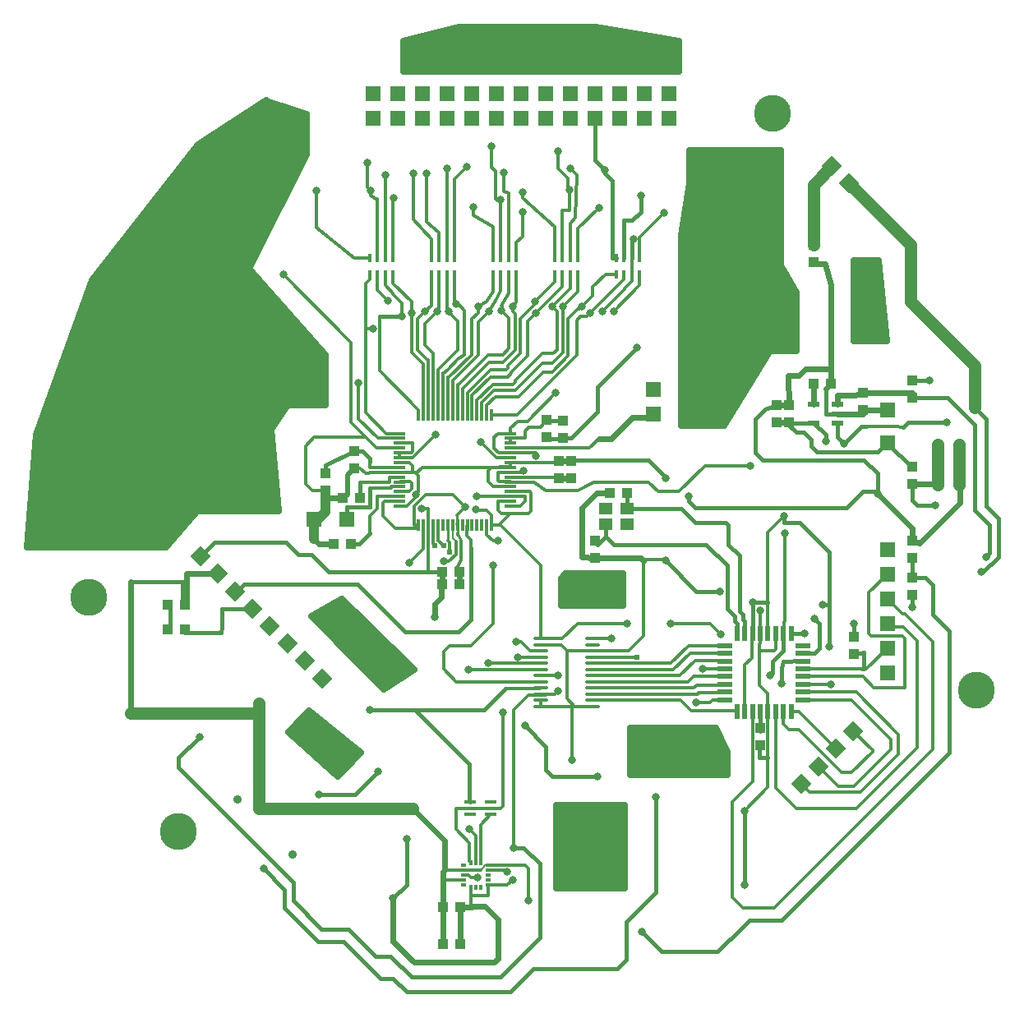
<source format=gbr>
%FSLAX35Y35*%
%MOIN*%
G04 EasyPC Gerber Version 18.0.8 Build 3632 *
%ADD13R,0.01181X0.04724*%
%ADD24R,0.01200X0.02000*%
%ADD23R,0.01600X0.03500*%
%ADD70R,0.01970X0.06100*%
%ADD21R,0.02600X0.04200*%
%ADD15R,0.03937X0.04291*%
%ADD27R,0.03940X0.04330*%
%ADD19R,0.06000X0.06000*%
%ADD16R,0.06300X0.06300*%
%ADD11C,0.00100*%
%ADD80C,0.00600*%
%ADD81C,0.01000*%
%ADD78C,0.01200*%
%ADD79C,0.01400*%
%ADD77C,0.01500*%
%ADD83C,0.02000*%
%ADD75C,0.02200*%
%ADD76C,0.02300*%
%ADD84C,0.02400*%
%ADD10C,0.02500*%
%ADD73C,0.03200*%
%ADD29C,0.03600*%
%ADD82C,0.04000*%
%ADD74C,0.05000*%
%ADD12C,0.15000*%
%ADD28O,0.06500X0.01300*%
%ADD14R,0.04724X0.01181*%
%ADD25R,0.02000X0.01200*%
%ADD26R,0.04600X0.01800*%
%ADD71R,0.06100X0.01970*%
%ADD72R,0.05000X0.02200*%
%ADD17R,0.04291X0.03937*%
%ADD18R,0.04330X0.03940*%
%ADD20R,0.05512X0.04528*%
%AMT22*0 Rectangle Pad at angle 45*21,1,0.06000,0.06000,0,0,45*%
%ADD22T22*%
X0Y0D02*
D02*
D10*
X117702Y128430D02*
X126188Y136916D01*
X147155Y120068*
X137920Y110333*
X117702Y128430*
G36*
X126188Y136916*
X147155Y120068*
X137920Y110333*
X117702Y128430*
G37*
X125315Y379159D02*
Y362685D01*
X101852Y316383*
X132803Y281313*
Y261220*
X117452*
X110962Y250986*
X113833Y218163*
X81009*
X68030Y203436*
X11993*
X15613Y249114*
X38077Y311765*
X81259Y366804*
X108841Y384900*
Y384526*
X125315Y379159*
G36*
Y362685*
X101852Y316383*
X132803Y281313*
Y261220*
X117452*
X110962Y250986*
X113833Y218163*
X81009*
X68030Y203436*
X11993*
X15613Y249114*
X38077Y311765*
X81259Y366804*
X108841Y384900*
Y384526*
X125315Y379159*
G37*
X139417Y182469D02*
X168871Y153640D01*
X156515Y145652*
X127187Y175480*
X139417Y182469*
G36*
X168871Y153640*
X156515Y145652*
X127187Y175480*
X139417Y182469*
G37*
X164503Y396382D02*
X276326D01*
Y408613*
X242630Y414478*
X186967*
X164503Y408613*
Y396382*
G36*
X276326*
Y408613*
X242630Y414478*
X186967*
X164503Y408613*
Y396382*
G37*
X230024Y192828D02*
X253612D01*
Y179848*
X228527*
Y190831*
X230024Y192828*
G36*
X253612*
Y179848*
X228527*
Y190831*
X230024Y192828*
G37*
X254111Y98602D02*
Y65154D01*
X226530*
Y98602*
X254111*
G36*
Y65154*
X226530*
Y98602*
X254111*
G37*
X291178Y129927D02*
X295796Y120442D01*
Y110957*
X256607*
Y129927*
X291178*
G36*
X295796Y120442*
Y110957*
X256607*
Y129927*
X291178*
G37*
X317636Y364432D02*
Y317631D01*
X323752Y306898*
Y283061*
X313019*
X294548Y252858*
X277200*
Y329987*
X280445Y351078*
Y364432*
X317636*
G36*
Y317631*
X323752Y306898*
Y283061*
X313019*
X294548Y252858*
X277200*
Y329987*
X280445Y351078*
Y364432*
X317636*
G37*
X357199Y319753D02*
X360444Y287179D01*
X347339*
Y319753*
X357199*
G36*
X360444Y287179*
X347339*
Y319753*
X357199*
G37*
D02*
D11*
X44741Y238063D02*
X43469Y239052D01*
X42196Y239477*
X41630*
X41135Y239406*
X40711Y239265*
X40287Y238981*
X40004Y238557*
X39862Y238133*
X39792Y237638*
Y237072*
X40216Y235800*
X41206Y234527*
X42408Y233607*
X43610Y233113*
X44246Y233042*
X44741Y233113*
X45236Y233325*
X45943Y234032*
X46156Y234527*
X46226Y235022*
X46085Y235587*
X45661Y236860*
X44741Y238063*
X44246Y237567D02*
X45236Y236436D01*
X45519Y235870*
X45661Y235305*
X45802Y234880*
X45731Y234527*
X45590Y234103*
X45378Y233891*
X45095Y233607*
X44741Y233537*
X44388Y233466*
X43963Y233607*
X43398Y233749*
X42832Y234032*
X41701Y235022*
X40640Y236224*
X40216Y237355*
X40145Y238133*
X40499Y238770*
X41135Y239123*
X41913Y239052*
X43044Y238628*
X44246Y237567*
X40051Y236294D02*
G36*
X40216Y235800D01*
X41206Y234527*
X42408Y233607*
X43610Y233113*
X44246Y233042*
X44741Y233113*
X45236Y233325*
X45943Y234032*
X46156Y234527*
X46226Y235022*
X46085Y235587*
X45849Y236294*
X45307*
X45519Y235870*
X45661Y235305*
X45802Y234880*
X45731Y234527*
X45590Y234103*
X45378Y233891*
X45095Y233607*
X44741Y233537*
X44388Y233466*
X43963Y233607*
X43398Y233749*
X42832Y234032*
X41701Y235022*
X40640Y236224*
X40614Y236294*
X40051*
G37*
X40614D02*
G36*
X40216Y237355D01*
X40145Y238133*
X40499Y238770*
X41135Y239123*
X41913Y239052*
X43044Y238628*
X44246Y237567*
X45236Y236436*
X45307Y236294*
X45849*
X45661Y236860*
X44741Y238063*
X43469Y239052*
X42196Y239477*
X41630*
X41135Y239406*
X40711Y239265*
X40287Y238981*
X40004Y238557*
X39862Y238133*
X39792Y237638*
Y237072*
X40051Y236294*
X40614*
G37*
X48701Y240750D02*
X47994Y241315D01*
X47146Y241598*
X46580*
X46014Y241315*
X45731Y240891*
X45590Y240608*
X45519Y240113*
X45590Y239618*
Y239477*
X44883Y240184*
X44670Y239406*
X44388Y238981*
X44529Y238840*
X44670Y238981*
X45095Y239123*
X45519Y238840*
X48560Y235800*
Y235234*
X48348Y234880*
X48489Y234739*
X50044Y236294*
X49903Y236436*
X49550Y236224*
X49267Y236083*
X48984Y236224*
X48560Y236507*
X48065Y237002*
X48701Y237072*
X49267Y237355*
X49550Y237780*
X49691Y238204*
X49762Y238557*
X49691Y239052*
X49337Y239972*
X48701Y240750*
X48489Y240113D02*
X49055Y239406D01*
X49408Y238770*
X49337Y238133*
X48984Y237638*
X48630Y237426*
X48277Y237355*
X47923Y237285*
X47641Y237426*
X45943Y239123*
X45873Y239477*
Y239901*
X46014Y240325*
X46156Y240608*
X46650Y240961*
X47216*
X47853Y240608*
X48489Y240113*
X44482Y239123D02*
G36*
X44388Y238981D01*
X44529Y238840*
X44670Y238981*
X45094Y239123*
X44482*
G37*
X45096D02*
G36*
X45519Y238840D01*
X48560Y235800*
Y235234*
X48348Y234880*
X48489Y234739*
X50044Y236294*
X49903Y236436*
X49550Y236224*
X49267Y236083*
X48984Y236224*
X48560Y236507*
X48065Y237002*
X48701Y237072*
X49267Y237355*
X49550Y237780*
X49691Y238204*
X49762Y238557*
X49691Y239052*
X49664Y239123*
X49212*
X49408Y238770*
X49337Y238133*
X48984Y237638*
X48630Y237426*
X48277Y237355*
X47923Y237285*
X47641Y237426*
X45943Y239123*
X45096*
G37*
X45943D02*
G36*
X45873Y239477D01*
Y239901*
X46014Y240325*
X46156Y240608*
X46650Y240961*
X47216*
X47853Y240608*
X48489Y240113*
X49055Y239406*
X49212Y239123*
X49664*
X49337Y239972*
X48701Y240750*
X47994Y241315*
X47146Y241598*
X46580*
X46014Y241315*
X45731Y240891*
X45590Y240608*
X45519Y240113*
X45590Y239618*
Y239477*
X44883Y240184*
X44670Y239406*
X44482Y239123*
X45943*
G37*
X52802Y243437D02*
X52661Y243295D01*
X52802Y242729*
Y242164*
X52661Y241739*
X52378Y241315*
X51742Y240961*
X51105Y241032*
X50328Y241386*
X49408Y242164*
X51600Y244356*
X50893Y244780*
X50186Y244921*
X49620Y244780*
X49126Y244426*
X48772Y243931*
X48701Y243154*
X48984Y242164*
X49691Y241174*
X50469Y240537*
X51247Y240325*
X52024Y240396*
X52661Y240750*
X53085Y241457*
X53156Y242234*
X53015Y242800*
X52802Y243437*
X50964Y244002D02*
X49267Y242305D01*
X48984Y242871*
X48913Y243366*
X48984Y243719*
X49196Y244073*
X49620Y244356*
X49974Y244426*
X50469Y244356*
X50964Y244002*
X48720Y243366D02*
G36*
X48701Y243154D01*
X48984Y242164*
X49691Y241174*
X50469Y240537*
X51247Y240325*
X52024Y240396*
X52661Y240750*
X53085Y241457*
X53156Y242234*
X53015Y242800*
X52802Y243437*
X52661Y243295*
X52802Y242729*
Y242164*
X52661Y241739*
X52378Y241315*
X51742Y240961*
X51105Y241032*
X50328Y241386*
X49408Y242164*
X50611Y243366*
X50328*
X49267Y242305*
X48984Y242871*
X48913Y243366*
X48720*
G37*
X48913D02*
G36*
X48984Y243719D01*
X49196Y244073*
X49620Y244356*
X49974Y244426*
X50469Y244356*
X50964Y244002*
X50328Y243366*
X50611*
X51600Y244356*
X50893Y244780*
X50186Y244921*
X49620Y244780*
X49126Y244426*
X48772Y243931*
X48720Y243366*
X48913*
G37*
X52873Y229931D02*
X51813Y230709D01*
X50752Y231062*
X50186*
X49691Y230991*
X49267Y230850*
X48843Y230567*
X48560Y230143*
X48348Y229648*
Y228517*
X48843Y227173*
X49267Y226607*
X49833Y225900*
X50822Y225193*
X51954Y224769*
X52590Y224698*
X53227Y224769*
X53792Y224910*
X54217Y225335*
X54641Y225900*
X54853Y226819*
X54641Y226890*
X54500Y226183*
X54004Y225546*
X53580Y225264*
X53227Y225193*
X52802Y225052*
X52237Y225193*
X51176Y225546*
X50328Y226254*
X49267Y227456*
X48772Y228658*
X48701Y229153*
Y229577*
X48843Y230002*
X49055Y230355*
X49479Y230638*
X49903Y230779*
X50893*
X51813Y230426*
X52661Y229719*
X53085Y229153*
X53509Y228587*
X53722Y227951*
X53580Y227526*
X53439Y227385*
X53156Y227526*
X52873Y227809*
X51247Y230002*
X50964Y229719*
X51247Y229294*
X50752Y229506*
X50328Y229365*
X50186Y229082*
X50115Y228870*
Y228446*
X50328Y227951*
X50752Y227244*
X51247Y226607*
X51742Y226112*
X52166Y225971*
X52449*
X52590Y226112*
X52731Y226395*
X52802Y226749*
X52731Y227102*
X52661Y227315*
X53156Y227102*
X53439*
X53722Y227244*
X53934Y227456*
Y227739*
X53863Y228092*
X53722Y228517*
X53368Y229294*
X52873Y229931*
X51459Y228941D02*
X51954Y228163D01*
X52307Y227526*
X52449Y226961*
Y226678*
X52307Y226537*
X52024*
X51742Y226678*
X51530Y226890*
X50964Y227597*
X50610Y228375*
X50540Y228870*
X50681Y229153*
X51035Y229224*
X51459Y228941*
X50370Y227880D02*
G36*
X50752Y227244D01*
X51247Y226607*
X51742Y226112*
X52166Y225971*
X52449*
X52590Y226112*
X52731Y226395*
X52802Y226749*
X52731Y227102*
X52661Y227315*
X53156Y227102*
X53439*
X53722Y227244*
X53934Y227456*
Y227739*
X53863Y228092*
X53722Y228517*
X53368Y229294*
X52873Y229931*
X51813Y230709*
X50752Y231062*
X50186*
X49691Y230991*
X49267Y230850*
X48843Y230567*
X48560Y230143*
X48348Y229648*
Y228517*
X48843Y227173*
X49267Y226607*
X49833Y225900*
X50822Y225193*
X51954Y224769*
X52590Y224698*
X53227Y224769*
X53792Y224910*
X54217Y225335*
X54641Y225900*
X54853Y226819*
X54641Y226890*
X54500Y226183*
X54004Y225546*
X53580Y225264*
X53227Y225193*
X52802Y225052*
X52237Y225193*
X51176Y225546*
X50328Y226254*
X49267Y227456*
X48772Y228658*
X48701Y229153*
Y229577*
X48843Y230002*
X49055Y230355*
X49479Y230638*
X49903Y230779*
X50893*
X51813Y230426*
X52661Y229719*
X53085Y229153*
X53509Y228587*
X53722Y227951*
X53580Y227526*
X53439Y227385*
X53156Y227526*
X52873Y227809*
X52821Y227880*
X52111*
X52307Y227526*
X52449Y226961*
Y226678*
X52307Y226537*
X52024*
X51742Y226678*
X51530Y226890*
X50964Y227597*
X50835Y227880*
X50370*
G37*
X50835D02*
G36*
X50610Y228375D01*
X50540Y228870*
X50681Y229153*
X51035Y229224*
X51459Y228941*
X51954Y228163*
X52111Y227880*
X52821*
X51247Y230002*
X50964Y229719*
X51247Y229294*
X50752Y229506*
X50328Y229365*
X50186Y229082*
X50115Y228870*
Y228446*
X50328Y227951*
X50370Y227880*
X50835*
G37*
X57681Y245911D02*
X57540Y246053D01*
X57045Y245841*
X56479Y246123*
X54782Y247820*
X54217Y248245*
X53792Y248528*
X53297Y248457*
X52944Y248245*
X52731Y247891*
X52590Y247467*
X52661Y247113*
Y246406*
X51883Y247184*
X51388Y245982*
X51530Y245841*
X51600Y246053*
X52024*
X52590Y245770*
X54287Y244073*
X54500Y243719*
X54641Y243437*
Y243154*
X54429Y242941*
X54570Y242800*
X55914Y244144*
X55772Y244285*
X55277Y244073*
X54853Y244214*
X52873Y246194*
Y247043*
X53085Y247538*
X53439Y247750*
X53792Y247820*
X54146Y247608*
X54570Y247326*
X55984Y245911*
X56267Y245487*
X56409Y245204*
Y244921*
X56196Y244709*
X56338Y244568*
X57681Y245911*
G36*
X57540Y246053*
X57045Y245841*
X56479Y246123*
X54782Y247820*
X54217Y248245*
X53792Y248528*
X53297Y248457*
X52944Y248245*
X52731Y247891*
X52590Y247467*
X52661Y247113*
Y246406*
X51883Y247184*
X51388Y245982*
X51530Y245841*
X51600Y246053*
X52024*
X52590Y245770*
X54287Y244073*
X54500Y243719*
X54641Y243437*
Y243154*
X54429Y242941*
X54570Y242800*
X55914Y244144*
X55772Y244285*
X55277Y244073*
X54853Y244214*
X52873Y246194*
Y247043*
X53085Y247538*
X53439Y247750*
X53792Y247820*
X54146Y247608*
X54570Y247326*
X55984Y245911*
X56267Y245487*
X56409Y245204*
Y244921*
X56196Y244709*
X56338Y244568*
X57681Y245911*
G37*
X58459Y231416D02*
X58176D01*
X58247Y230779*
Y230213*
X58035Y229719*
X57681Y229365*
X57045Y228870*
X56550Y228799*
X56126*
X54924Y229153*
X53792Y230143*
X52873Y231345*
X52378Y232547*
X52449Y233466*
X52873Y234032*
X53439Y234456*
X54075Y234527*
X54782Y234244*
X55560Y233891*
X55702Y234032*
X53863Y235587*
X53792Y235376*
X53863Y235163*
X53792Y234951*
X53722Y234880*
X53297Y234739*
X52590Y234315*
X52237Y233820*
X52024Y233325*
X51954Y232830*
Y232264*
X52095Y231557*
X52307Y230920*
X52731Y230213*
X53297Y229648*
X53934Y229011*
X54570Y228658*
X55277Y228375*
X55984Y228233*
X56479Y228304*
X56974Y228375*
X57469Y228587*
X57823Y228941*
X58318Y229577*
X58459Y230426*
Y231416*
G36*
X58176*
X58247Y230779*
Y230213*
X58035Y229719*
X57681Y229365*
X57045Y228870*
X56550Y228799*
X56126*
X54924Y229153*
X53792Y230143*
X52873Y231345*
X52378Y232547*
X52449Y233466*
X52873Y234032*
X53439Y234456*
X54075Y234527*
X54782Y234244*
X55560Y233891*
X55702Y234032*
X53863Y235587*
X53792Y235376*
X53863Y235163*
X53792Y234951*
X53722Y234880*
X53297Y234739*
X52590Y234315*
X52237Y233820*
X52024Y233325*
X51954Y232830*
Y232264*
X52095Y231557*
X52307Y230920*
X52731Y230213*
X53297Y229648*
X53934Y229011*
X54570Y228658*
X55277Y228375*
X55984Y228233*
X56479Y228304*
X56974Y228375*
X57469Y228587*
X57823Y228941*
X58318Y229577*
X58459Y230426*
Y231416*
G37*
X60085Y251002D02*
X59520Y251427D01*
X58954Y251568*
X58389*
X57752Y251215*
X57611*
X57823Y251709*
Y252275*
X57752Y252770*
X57328Y253194*
X56691Y253689*
X56055Y253760*
X55277Y253548*
X54500Y252912*
X52802Y251215*
X52944Y251073*
X53368Y251356*
X53580Y251427*
X53934Y251356*
X57964Y247326*
X58106Y247043*
X58035Y246689*
X57752Y246265*
X57894Y246123*
X59944Y248174*
X60510Y249022*
X60651Y249447*
X60581Y249942*
X60439Y250507*
X60085Y251002*
X57045Y252770D02*
X57398Y252134D01*
X57328Y251497*
X57187Y251215*
X56055Y250083*
X54287Y251851*
X54146Y251993*
X54217Y252205*
X54287Y252275*
X54570Y252558*
X55207Y253053*
X55843Y253265*
X56479Y253194*
X57045Y252770*
X59591Y250507D02*
X60015Y249942D01*
X60085Y249306*
X59873Y248669*
X59378Y248033*
X59096Y247750*
X58883Y247679*
X58601*
X58389Y247750*
X56338Y249800*
X56833Y250154*
X57116Y250437*
X57398Y250720*
X57611Y250790*
X58247Y251002*
X58671*
X59166Y250790*
X59591Y250507*
X53262Y251674D02*
G36*
X52802Y251215D01*
X52944Y251073*
X53368Y251356*
X53580Y251427*
X53934Y251356*
X55949Y249341*
X56798*
X56338Y249800*
X56833Y250154*
X57116Y250437*
X57398Y250720*
X57611Y250790*
X58247Y251002*
X58671*
X59166Y250790*
X59591Y250507*
X60015Y249942*
X60081Y249341*
X60616*
X60651Y249447*
X60581Y249942*
X60439Y250507*
X60085Y251002*
X59520Y251427*
X58954Y251568*
X58389*
X57752Y251215*
X57611*
X57807Y251674*
X57348*
X57328Y251497*
X57187Y251215*
X56055Y250083*
X54465Y251674*
X53262*
G37*
X54465D02*
G36*
X54287Y251851D01*
X54146Y251993*
X54217Y252205*
X54287Y252275*
X54570Y252558*
X55207Y253053*
X55843Y253265*
X56479Y253194*
X57045Y252770*
X57398Y252134*
X57348Y251674*
X57807*
X57823Y251709*
Y252275*
X57752Y252770*
X57328Y253194*
X56691Y253689*
X56055Y253760*
X55277Y253548*
X54500Y252912*
X53262Y251674*
X54465*
G37*
X55949Y249341D02*
G36*
X57964Y247326D01*
X58106Y247043*
X58035Y246689*
X57752Y246265*
X57894Y246123*
X59944Y248174*
X60510Y249022*
X60616Y249341*
X60081*
X60085Y249306*
X59873Y248669*
X59378Y248033*
X59096Y247750*
X58883Y247679*
X58601*
X58389Y247750*
X56798Y249341*
X55949*
G37*
X60793Y235587D02*
X59944Y236153D01*
X59096Y236436*
X58247Y236294*
X57540Y235870*
X57116Y235163*
X56974Y234315*
X57328Y233396*
X57823Y232618*
X58671Y232052*
X59520Y231769*
X60439Y231840*
X61146Y232264*
X61641Y233042*
X61712Y233961*
X61429Y234810*
X60793Y235587*
X60581Y234951D02*
X61146Y234103D01*
X61358Y233466*
X61288Y232971*
X61005Y232547*
X60722Y232406*
X60298Y232264*
X59873*
X59449Y232406*
X58742Y232830*
X57964Y233466*
X57469Y234103*
X57328Y234668*
X57398Y235163*
X57681Y235587*
X58247Y235870*
X58954*
X59803Y235587*
X60581Y234951*
X57070Y234067D02*
G36*
X57328Y233396D01*
X57823Y232618*
X58671Y232052*
X59520Y231769*
X60439Y231840*
X61146Y232264*
X61641Y233042*
X61712Y233961*
X61676Y234067*
X61158*
X61358Y233466*
X61288Y232971*
X61005Y232547*
X60722Y232406*
X60298Y232264*
X59873*
X59449Y232406*
X58742Y232830*
X57964Y233466*
X57497Y234067*
X57070*
G37*
X57497D02*
G36*
X57469Y234103D01*
X57328Y234668*
X57398Y235163*
X57681Y235587*
X58247Y235870*
X58954*
X59803Y235587*
X60581Y234951*
X61146Y234103*
X61158Y234067*
X61676*
X61429Y234810*
X60793Y235587*
X59944Y236153*
X59096Y236436*
X58247Y236294*
X57540Y235870*
X57116Y235163*
X56974Y234315*
X57070Y234067*
X57497*
G37*
X64116Y254043D02*
X63833D01*
X63904Y253407*
Y252841*
X63692Y252346*
X63338Y251993*
X62702Y251497*
X62207Y251427*
X61783*
X60581Y251780*
X59449Y252770*
X58530Y253972*
X58035Y255174*
X58106Y256094*
X58530Y256659*
X59096Y257083*
X59732Y257154*
X60439Y256871*
X61217Y256518*
X61358Y256659*
X59520Y258215*
X59449Y258003*
X59520Y257791*
X59449Y257579*
X59378Y257508*
X58954Y257367*
X58247Y256942*
X57894Y256447*
X57681Y255952*
X57611Y255457*
Y254892*
X57752Y254184*
X57964Y253548*
X58389Y252841*
X59591Y251639*
X60227Y251285*
X60934Y251002*
X61641Y250861*
X62136Y250932*
X62631Y251002*
X63126Y251215*
X63480Y251568*
X63975Y252205*
X64116Y253053*
Y254043*
G36*
X63833*
X63904Y253407*
Y252841*
X63692Y252346*
X63338Y251993*
X62702Y251497*
X62207Y251427*
X61783*
X60581Y251780*
X59449Y252770*
X58530Y253972*
X58035Y255174*
X58106Y256094*
X58530Y256659*
X59096Y257083*
X59732Y257154*
X60439Y256871*
X61217Y256518*
X61358Y256659*
X59520Y258215*
X59449Y258003*
X59520Y257791*
X59449Y257579*
X59378Y257508*
X58954Y257367*
X58247Y256942*
X57894Y256447*
X57681Y255952*
X57611Y255457*
Y254892*
X57752Y254184*
X57964Y253548*
X58389Y252841*
X59591Y251639*
X60227Y251285*
X60934Y251002*
X61641Y250861*
X62136Y250932*
X62631Y251002*
X63126Y251215*
X63480Y251568*
X63975Y252205*
X64116Y253053*
Y254043*
G37*
X64257Y239335D02*
X63550Y239901D01*
X62702Y240184*
X62136*
X61570Y239901*
X61288Y239477*
X61146Y239194*
X61076Y238699*
X61146Y238204*
Y238063*
X60439Y238770*
X60227Y237992*
X59944Y237567*
X60085Y237426*
X60227Y237567*
X60651Y237709*
X61076Y237426*
X63833Y234668*
X64116Y234385*
Y233820*
X63904Y233466*
X64045Y233325*
X65601Y234880*
X65459Y235022*
X65106Y234810*
X64823Y234668*
X64540Y234810*
X64116Y235093*
X63621Y235587*
X64257Y235658*
X64823Y235941*
X65106Y236365*
X65247Y236790*
X65318Y237143*
X65247Y237638*
X64894Y238557*
X64257Y239335*
X64045Y238699D02*
X64611Y237992D01*
X64965Y237355*
X64894Y236719*
X64540Y236224*
X64187Y236012*
X63833Y235941*
X63480Y235870*
X63197Y236012*
X61500Y237709*
X61429Y238063*
Y238487*
X61570Y238911*
X61712Y239194*
X62207Y239547*
X62772*
X63409Y239194*
X64045Y238699*
X60038Y237709D02*
G36*
X59944Y237567D01*
X60085Y237426*
X60227Y237567*
X60651Y237709*
X61076Y237426*
X63833Y234668*
X64116Y234385*
Y233820*
X63904Y233466*
X64045Y233325*
X65601Y234880*
X65459Y235022*
X65106Y234810*
X64823Y234668*
X64540Y234810*
X64116Y235093*
X63621Y235587*
X64257Y235658*
X64823Y235941*
X65106Y236365*
X65247Y236790*
X65318Y237143*
X65247Y237638*
X65220Y237709*
X64768*
X64965Y237355*
X64894Y236719*
X64540Y236224*
X64187Y236012*
X63833Y235941*
X63480Y235870*
X63197Y236012*
X61500Y237709*
X60038*
G37*
X61500D02*
G36*
X61429Y238063D01*
Y238487*
X61570Y238911*
X61712Y239194*
X62207Y239547*
X62772*
X63409Y239194*
X64045Y238699*
X64611Y237992*
X64768Y237709*
X65220*
X64894Y238557*
X64257Y239335*
X63550Y239901*
X62702Y240184*
X62136*
X61570Y239901*
X61288Y239477*
X61146Y239194*
X61076Y238699*
X61146Y238204*
Y238063*
X60439Y238770*
X60227Y237992*
X60038Y237709*
X61500*
G37*
X66379Y244285D02*
X66237Y244426D01*
X65389Y243578*
X65530Y243437*
X65672Y243578*
X65743Y243648*
X65955Y243437*
X66167Y243224*
X66379Y242729*
X67510Y240467*
X64823Y241598*
X64470Y241810*
X64399Y242164*
X64611Y242517*
X64470Y242659*
X63197Y241386*
X63338Y241244*
X63621Y241386*
X63904*
X66662Y240325*
X67157Y240113*
X67439Y239972*
X67722Y239830*
X67793Y239759*
X68076Y239477*
X68288Y238981*
X68359Y238345*
X68288Y238133*
X68146Y237992*
X67864*
X67510Y237921*
X67439Y237709*
X67581Y237426*
X67864Y237285*
X68217Y237497*
X68500Y237921*
X68712Y238274*
X68642Y238770*
X68430Y239406*
X66308Y243648*
X66167Y243931*
X66237Y244144*
X66379Y244285*
G36*
X66237Y244426*
X65389Y243578*
X65530Y243437*
X65672Y243578*
X65743Y243648*
X65955Y243437*
X66167Y243224*
X66379Y242729*
X67510Y240467*
X64823Y241598*
X64470Y241810*
X64399Y242164*
X64611Y242517*
X64470Y242659*
X63197Y241386*
X63338Y241244*
X63621Y241386*
X63904*
X66662Y240325*
X67157Y240113*
X67439Y239972*
X67722Y239830*
X67793Y239759*
X68076Y239477*
X68288Y238981*
X68359Y238345*
X68288Y238133*
X68146Y237992*
X67864*
X67510Y237921*
X67439Y237709*
X67581Y237426*
X67864Y237285*
X68217Y237497*
X68500Y237921*
X68712Y238274*
X68642Y238770*
X68430Y239406*
X66308Y243648*
X66167Y243931*
X66237Y244144*
X66379Y244285*
G37*
X67722Y255952D02*
X67581Y256094D01*
X67086Y255740*
X66803Y255599*
X66450Y255669*
X62348Y259770*
X62207Y260054*
X62419Y260407*
X62772Y260902*
X62631Y261043*
X60651Y259063*
X60793Y258922*
X61288Y259276*
X61641Y259488*
X61924Y259346*
X66025Y255245*
X66167Y254962*
X65955Y254609*
X65601Y254114*
X65743Y253972*
X67722Y255952*
G36*
X67581Y256094*
X67086Y255740*
X66803Y255599*
X66450Y255669*
X62348Y259770*
X62207Y260054*
X62419Y260407*
X62772Y260902*
X62631Y261043*
X60651Y259063*
X60793Y258922*
X61288Y259276*
X61641Y259488*
X61924Y259346*
X66025Y255245*
X66167Y254962*
X65955Y254609*
X65601Y254114*
X65743Y253972*
X67722Y255952*
G37*
X72036Y253194D02*
X71894Y253336D01*
X71187Y252629*
X71329Y252487*
X71541Y252558*
X71894Y252346*
X72389Y251709*
X74440Y248810*
X71470Y250790*
X71046Y251073*
X70833Y251285*
X70621Y251639*
X70763Y251922*
X70621Y252063*
X69561Y251002*
X69702Y250861*
X69985Y251002*
X70268Y250861*
X70692Y250578*
X71258Y250295*
X73096Y247608*
X69914Y249800*
X69419Y250154*
X69349Y250366*
X69419Y250578*
X69278Y250720*
X68359Y249800*
X68500Y249659*
X68924*
X69207Y249518*
X69702Y249164*
X70763Y248386*
X71682Y247750*
X72531Y247184*
X73238Y246760*
X73733Y246406*
X74157Y246123*
X74511Y245911*
X74652Y245770*
X71824Y249871*
X72743Y249235*
X73520Y248740*
X74228Y248315*
X74723Y247962*
X75218Y247608*
X75571Y247396*
X75854Y247255*
X75995Y247113*
X74723Y248952*
X73662Y250437*
X72884Y251639*
X72248Y252558*
X72036Y252770*
X71965Y252982*
X72036Y253194*
G36*
X71894Y253336*
X71187Y252629*
X71329Y252487*
X71541Y252558*
X71894Y252346*
X72389Y251709*
X74440Y248810*
X71470Y250790*
X71046Y251073*
X70833Y251285*
X70621Y251639*
X70763Y251922*
X70621Y252063*
X69561Y251002*
X69702Y250861*
X69985Y251002*
X70268Y250861*
X70692Y250578*
X71258Y250295*
X73096Y247608*
X69914Y249800*
X69419Y250154*
X69349Y250366*
X69419Y250578*
X69278Y250720*
X68359Y249800*
X68500Y249659*
X68924*
X69207Y249518*
X69702Y249164*
X70763Y248386*
X71682Y247750*
X72531Y247184*
X73238Y246760*
X73733Y246406*
X74157Y246123*
X74511Y245911*
X74652Y245770*
X71824Y249871*
X72743Y249235*
X73520Y248740*
X74228Y248315*
X74723Y247962*
X75218Y247608*
X75571Y247396*
X75854Y247255*
X75995Y247113*
X74723Y248952*
X73662Y250437*
X72884Y251639*
X72248Y252558*
X72036Y252770*
X71965Y252982*
X72036Y253194*
G37*
X76915Y254396D02*
X76561Y254609D01*
X76137Y254467*
X75995Y254184*
Y253477*
X76066Y252841*
X76137Y252629*
X75218Y253548*
X74935Y252700*
X74723Y252205*
X74864Y252063*
X75006Y252346*
X75430Y252487*
X75925Y252134*
X77693Y250366*
X77905Y250013*
X77975Y249800*
X77905Y249588*
X77693Y249235*
X77834Y249093*
X79390Y250649*
X79248Y250790*
X78965Y250507*
X78753Y250437*
X78400Y250507*
X77975Y250790*
X76491Y252275*
X76349Y252558*
X76207Y252982*
Y253407*
X76278Y253619*
X76561Y253760*
X76915Y253972*
X76985Y254184*
X76915Y254396*
G36*
X76561Y254609*
X76137Y254467*
X75995Y254184*
Y253477*
X76066Y252841*
X76137Y252629*
X75218Y253548*
X74935Y252700*
X74723Y252205*
X74864Y252063*
X75006Y252346*
X75430Y252487*
X75925Y252134*
X77693Y250366*
X77905Y250013*
X77975Y249800*
X77905Y249588*
X77693Y249235*
X77834Y249093*
X79390Y250649*
X79248Y250790*
X78965Y250507*
X78753Y250437*
X78400Y250507*
X77975Y250790*
X76491Y252275*
X76349Y252558*
X76207Y252982*
Y253407*
X76278Y253619*
X76561Y253760*
X76915Y253972*
X76985Y254184*
X76915Y254396*
G37*
X77622Y258639D02*
X77339Y258781D01*
X76985Y258710*
X76915Y258356*
X77056Y258074*
X77339Y257932*
X77622Y258074*
X77763Y258356*
X77622Y258639*
G36*
X77339Y258781*
X76985Y258710*
X76915Y258356*
X77056Y258074*
X77339Y257932*
X77622Y258074*
X77763Y258356*
X77622Y258639*
G37*
X83067Y254326D02*
X82925Y254467D01*
X82642Y254184*
X82289Y254114*
X82006Y254255*
X79036Y257225*
X78682Y256447*
X78400Y255881*
X78541Y255740*
X78753Y255952*
X79107Y256164*
X79602Y255811*
X81581Y253831*
X81652Y253477*
Y253194*
X81299Y252841*
X81440Y252700*
X83067Y254326*
G36*
X82925Y254467*
X82642Y254184*
X82289Y254114*
X82006Y254255*
X79036Y257225*
X78682Y256447*
X78400Y255881*
X78541Y255740*
X78753Y255952*
X79107Y256164*
X79602Y255811*
X81581Y253831*
X81652Y253477*
Y253194*
X81299Y252841*
X81440Y252700*
X83067Y254326*
G37*
X86248Y258498D02*
X86107D01*
Y258074*
X85966Y257791*
X85683Y257649*
X85400*
X85117Y257791*
X84763Y258144*
X82572Y260336*
X83349Y261114*
X83137Y261326*
X82359Y260548*
X81369Y261538*
X81299Y261468*
X81581Y260761*
X81652Y260124*
Y259841*
X81581Y259629*
X81723Y259488*
X82218Y259983*
X85046Y257154*
X85400Y256942*
X85754Y257013*
X86036Y257154*
X86178Y257437*
X86319Y257720*
X86248Y258498*
G36*
X86107*
Y258074*
X85966Y257791*
X85683Y257649*
X85400*
X85117Y257791*
X84763Y258144*
X82572Y260336*
X83349Y261114*
X83137Y261326*
X82359Y260548*
X81369Y261538*
X81299Y261468*
X81581Y260761*
X81652Y260124*
Y259841*
X81581Y259629*
X81723Y259488*
X82218Y259983*
X85046Y257154*
X85400Y256942*
X85754Y257013*
X86036Y257154*
X86178Y257437*
X86319Y257720*
X86248Y258498*
G37*
X89572Y263235D02*
X89430Y263094D01*
X89572Y262528*
Y261963*
X89430Y261538*
X89148Y261114*
X88511Y260761*
X87875Y260831*
X87097Y261185*
X86178Y261963*
X88370Y264155*
X87663Y264579*
X86956Y264720*
X86390Y264579*
X85895Y264225*
X85541Y263730*
X85471Y262953*
X85754Y261963*
X86461Y260973*
X87239Y260336*
X88016Y260124*
X88794Y260195*
X89430Y260548*
X89855Y261256*
X89926Y262033*
X89784Y262599*
X89572Y263235*
X87733Y263801D02*
X86036Y262104D01*
X85754Y262670*
X85683Y263165*
X85754Y263518*
X85966Y263872*
X86390Y264155*
X86743Y264225*
X87239Y264155*
X87733Y263801*
X85490Y263165D02*
G36*
X85471Y262953D01*
X85754Y261963*
X86461Y260973*
X87239Y260336*
X88016Y260124*
X88794Y260195*
X89430Y260548*
X89855Y261256*
X89926Y262033*
X89784Y262599*
X89572Y263235*
X89430Y263094*
X89572Y262528*
Y261963*
X89430Y261538*
X89148Y261114*
X88511Y260761*
X87875Y260831*
X87097Y261185*
X86178Y261963*
X87380Y263165*
X87097*
X86036Y262104*
X85754Y262670*
X85683Y263165*
X85490*
G37*
X85683D02*
G36*
X85754Y263518D01*
X85966Y263872*
X86390Y264155*
X86743Y264225*
X87239Y264155*
X87733Y263801*
X87097Y263165*
X87380*
X88370Y264155*
X87663Y264579*
X86956Y264720*
X86390Y264579*
X85895Y264225*
X85541Y263730*
X85490Y263165*
X85683*
G37*
X96926Y270165D02*
X96855Y270094D01*
X96926Y269599*
X96996Y269246*
X96784Y268751*
X95229Y267195*
X94875Y270094*
X94804Y270872*
X94593Y271509*
X94239Y272145*
X93815Y272711*
X93107Y273135*
X92400Y273276*
X91764Y273206*
X91269Y272852*
X90845Y272286*
X90703Y271721*
X90845Y270872*
X91340Y269953*
X91481Y270094*
X91198Y270802*
X91057Y271084*
X90986Y271721*
X91269Y272145*
X91906Y272498*
X92542Y272569*
X93178Y272357*
X93602Y271933*
X94027Y271367*
X94309Y270660*
X94522Y269882*
X94734Y268963*
X95017Y266276*
X97562Y268822*
X96926Y270165*
G36*
X96855Y270094*
X96926Y269599*
X96996Y269246*
X96784Y268751*
X95229Y267195*
X94875Y270094*
X94804Y270872*
X94593Y271509*
X94239Y272145*
X93815Y272711*
X93107Y273135*
X92400Y273276*
X91764Y273206*
X91269Y272852*
X90845Y272286*
X90703Y271721*
X90845Y270872*
X91340Y269953*
X91481Y270094*
X91198Y270802*
X91057Y271084*
X90986Y271721*
X91269Y272145*
X91906Y272498*
X92542Y272569*
X93178Y272357*
X93602Y271933*
X94027Y271367*
X94309Y270660*
X94522Y269882*
X94734Y268963*
X95017Y266276*
X97562Y268822*
X96926Y270165*
G37*
X98906Y275256D02*
X97916Y276105D01*
X96926Y276670*
X96289Y276883*
X95724*
X95229Y276812*
X94734Y276458*
X94451Y276034*
X94309Y275469*
Y274903*
X94522Y274266*
X95087Y273276*
X95936Y272286*
X96926Y271438*
X97916Y270872*
X98552Y270660*
X99118*
X99613Y270872*
X100037Y271155*
X100391Y271650*
X100532Y272074*
Y272640*
X100320Y273276*
X99754Y274266*
X98906Y275256*
X98481Y274832D02*
X99189Y273983D01*
X99754Y273135*
X100037Y272569*
X100108Y272074*
Y271650*
X99896Y271296*
X99542Y271084*
X99118*
X98623Y271155*
X98057Y271438*
X97209Y272004*
X96360Y272711*
X95724Y273489*
X95087Y274408*
X94804Y274973*
X94734Y275469*
Y275893*
X94946Y276246*
X95300Y276458*
X95724*
X96219Y276387*
X96784Y276105*
X97704Y275469*
X98481Y274832*
X94805Y273771D02*
G36*
X95087Y273276D01*
X95936Y272286*
X96926Y271438*
X97916Y270872*
X98552Y270660*
X99118*
X99613Y270872*
X100037Y271155*
X100391Y271650*
X100532Y272074*
Y272640*
X100320Y273276*
X100037Y273771*
X99330*
X99754Y273135*
X100037Y272569*
X100108Y272074*
Y271650*
X99896Y271296*
X99542Y271084*
X99118*
X98623Y271155*
X98057Y271438*
X97209Y272004*
X96360Y272711*
X95724Y273489*
X95528Y273771*
X94805*
G37*
X95528D02*
G36*
X95087Y274408D01*
X94804Y274973*
X94734Y275469*
Y275893*
X94946Y276246*
X95300Y276458*
X95724*
X96219Y276387*
X96784Y276105*
X97704Y275469*
X98481Y274832*
X99189Y273983*
X99330Y273771*
X100037*
X99754Y274266*
X98906Y275256*
X97916Y276105*
X96926Y276670*
X96289Y276883*
X95724*
X95229Y276812*
X94734Y276458*
X94451Y276034*
X94309Y275469*
Y274903*
X94522Y274266*
X94805Y273771*
X95528*
G37*
X103078Y284944D02*
X102936Y284802D01*
Y284519*
X102865Y284307*
X101593Y283034*
X102654Y280418*
X103572Y281054*
X104350Y281408*
X104987Y281479*
X105482Y281408*
X105977Y281196*
X106401Y280772*
X106967Y280065*
X107108Y279357*
X107037Y278863*
X106755Y278438*
X106543Y278226*
X106118Y278085*
X105411Y277660*
X105341Y277448*
X105411Y277236*
X105977*
X106613Y277731*
X107179Y278580*
X107391Y279499*
X107179Y280418*
X106613Y281267*
X105835Y281903*
X104916Y282115*
X104280Y282186*
X103714Y282044*
X103361Y281832*
X102724Y281479*
X102158Y282752*
X103431Y284024*
Y284166*
X103078Y284944*
G36*
X102936Y284802*
Y284519*
X102865Y284307*
X101593Y283034*
X102654Y280418*
X103572Y281054*
X104350Y281408*
X104987Y281479*
X105482Y281408*
X105977Y281196*
X106401Y280772*
X106967Y280065*
X107108Y279357*
X107037Y278863*
X106755Y278438*
X106543Y278226*
X106118Y278085*
X105411Y277660*
X105341Y277448*
X105411Y277236*
X105977*
X106613Y277731*
X107179Y278580*
X107391Y279499*
X107179Y280418*
X106613Y281267*
X105835Y281903*
X104916Y282115*
X104280Y282186*
X103714Y282044*
X103361Y281832*
X102724Y281479*
X102158Y282752*
X103431Y284024*
Y284166*
X103078Y284944*
G37*
X104421Y275680D02*
X104280Y275822D01*
X103926Y275469*
X103572Y275398*
X103290*
X98552Y280135*
X97916Y278367*
X97987Y278297*
X98411Y278863*
X98694Y279004*
X99047Y278792*
X102512Y275327*
X102795Y274903*
Y274620*
X102724Y274266*
X102441Y273983*
X102583Y273842*
X104421Y275680*
G36*
X104280Y275822*
X103926Y275469*
X103572Y275398*
X103290*
X98552Y280135*
X97916Y278367*
X97987Y278297*
X98411Y278863*
X98694Y279004*
X99047Y278792*
X102512Y275327*
X102795Y274903*
Y274620*
X102724Y274266*
X102441Y273983*
X102583Y273842*
X104421Y275680*
G37*
D02*
D12*
X36741Y182991D03*
X73241Y87991D03*
X88741Y355991D03*
X314241Y379491D03*
X396741Y145491D03*
D02*
D13*
X170678Y212351D03*
Y257232D03*
X172646Y212351D03*
Y257232D03*
X174615Y212351D03*
Y257232D03*
X176583Y212351D03*
Y257232D03*
X178552Y212351D03*
Y257232D03*
X180520Y212351D03*
Y257232D03*
X182489Y212351D03*
Y257232D03*
X184457Y212351D03*
Y257232D03*
X186426Y212351D03*
Y257232D03*
X188394Y212351D03*
Y257232D03*
X190363Y212351D03*
Y257232D03*
X192331Y212351D03*
Y257232D03*
X194300Y212351D03*
Y257232D03*
X196268Y212351D03*
Y257232D03*
X198237Y212351D03*
Y257232D03*
X200205Y212351D03*
Y257232D03*
D02*
D14*
X163001Y220028D03*
Y221996D03*
Y223965D03*
Y225933D03*
Y227902D03*
Y229870D03*
Y231839D03*
Y233807D03*
Y235776D03*
Y237744D03*
Y239713D03*
Y241681D03*
Y243650D03*
Y245618D03*
Y247587D03*
Y249555D03*
X207882Y220028D03*
Y221996D03*
Y223965D03*
Y225933D03*
Y227902D03*
Y229870D03*
Y231839D03*
Y233807D03*
Y235776D03*
Y237744D03*
Y239713D03*
Y241681D03*
Y243650D03*
Y245618D03*
Y247587D03*
Y249555D03*
D02*
D15*
X144409Y235505D03*
Y242505D03*
X222411Y247985D03*
Y254985D03*
X227404Y231291D03*
Y238291D03*
X229026Y247861D03*
Y254861D03*
X232404Y231291D03*
Y238291D03*
X242241Y198991D03*
Y205991D03*
X309241Y122991D03*
Y129991D03*
X315741Y253991D03*
Y260991D03*
X320741Y253991D03*
Y260991D03*
X330741Y318991D03*
Y325991D03*
X347339Y160124D03*
Y167124D03*
X350741Y258991D03*
Y265991D03*
X370741Y183991D03*
Y190991D03*
Y198991D03*
Y205991D03*
Y228991D03*
Y235991D03*
Y263991D03*
Y270991D03*
D02*
D16*
X128041Y214791D03*
X141441D03*
X360741Y245791D03*
Y259191D03*
D02*
D17*
X68977Y169956D03*
Y179956D03*
X75977Y169956D03*
Y179956D03*
X136241Y204791D03*
X139786Y223530D03*
X143241Y204791D03*
X146786Y223530D03*
X180241Y188391D03*
Y193391D03*
X180597Y57491D03*
X187241Y188391D03*
Y193391D03*
X187597Y57491D03*
X248241Y225491D03*
X255241D03*
X330985Y269582D03*
X337985D03*
D02*
D18*
X132803Y226291D03*
Y233291D03*
D02*
D19*
X152241Y377491D03*
Y387491D03*
X162241Y377491D03*
Y387491D03*
X172241Y377491D03*
Y387491D03*
X182241Y377491D03*
Y387491D03*
X192241Y377491D03*
Y387491D03*
X202241Y377491D03*
Y387491D03*
X212241Y377491D03*
Y387491D03*
X222241Y377491D03*
Y387491D03*
X232241Y377491D03*
Y387491D03*
X242241Y377491D03*
Y387491D03*
X252241Y377491D03*
Y387491D03*
X262241Y377491D03*
Y387491D03*
X265741Y257491D03*
Y267491D03*
X272241Y377491D03*
Y387491D03*
X360741Y152491D03*
Y162491D03*
Y172491D03*
Y182491D03*
Y192491D03*
Y202491D03*
D02*
D70*
X299718Y136645D03*
Y168338D03*
X302867Y136645D03*
Y168338D03*
X306017Y136645D03*
Y168338D03*
X309167Y136645D03*
Y168338D03*
X312316Y136645D03*
Y168338D03*
X315466Y136645D03*
Y168338D03*
X318615Y136645D03*
Y168338D03*
X321765Y136645D03*
Y168338D03*
D02*
D71*
X294895Y141468D03*
Y144617D03*
Y147767D03*
Y150917D03*
Y154066D03*
Y157216D03*
Y160365D03*
Y163515D03*
X326588Y141468D03*
Y144617D03*
Y147767D03*
Y150917D03*
Y154066D03*
Y157216D03*
Y160365D03*
Y163515D03*
D02*
D20*
X246435Y218962D03*
X246436Y212662D03*
X255135Y212663D03*
Y218965D03*
D02*
D21*
X381241Y228791D03*
Y245191D03*
X389741Y228791D03*
Y245191D03*
D02*
D22*
X82028Y199705D03*
X89099Y192633D03*
X96170Y185563D03*
X103241Y178491D03*
X110312Y171420D03*
X117383Y164349D03*
X124454Y157278D03*
X131526Y150207D03*
X325741Y107491D03*
X332813Y114563D03*
X338241Y357991D03*
X339883Y121633D03*
X345313Y350920D03*
X346955Y128705D03*
D02*
D23*
X150741Y314141D03*
Y320641D03*
X153941Y314141D03*
Y320641D03*
X157141Y314141D03*
Y320641D03*
X160341Y314141D03*
Y320641D03*
X175741Y314141D03*
Y320641D03*
X178941Y314141D03*
Y320641D03*
X182141Y314141D03*
Y320641D03*
X185341Y314141D03*
Y320641D03*
X200741Y314141D03*
Y320641D03*
X203941Y314141D03*
Y320641D03*
X207141Y314141D03*
Y320641D03*
X210341Y314141D03*
Y320641D03*
X225741Y314141D03*
Y320641D03*
X228941Y314141D03*
Y320641D03*
X232141Y314141D03*
Y320641D03*
X235341Y314141D03*
Y320641D03*
X250741Y314141D03*
Y320641D03*
X253941Y314141D03*
Y320641D03*
X257141Y314141D03*
Y320641D03*
X260341Y314141D03*
Y320641D03*
D02*
D24*
X191773Y65423D03*
Y75423D03*
X193773Y65423D03*
Y75423D03*
X195773Y65423D03*
Y75423D03*
D02*
D25*
X188873Y66423D03*
Y68423D03*
Y70423D03*
Y72423D03*
Y74423D03*
X198773Y66423D03*
Y68423D03*
Y70423D03*
Y72423D03*
Y74423D03*
D02*
D26*
X191617Y94932D03*
Y97491D03*
Y100050D03*
X199866Y94932D03*
Y100050D03*
D02*
D27*
X180597Y42491D03*
X187597D03*
D02*
D28*
X220241Y138741D03*
Y141241D03*
Y143741D03*
Y146241D03*
Y148741D03*
Y151241D03*
Y153741D03*
Y156241D03*
Y158741D03*
Y161241D03*
Y163741D03*
Y166241D03*
X241241Y138741D03*
Y141241D03*
Y143741D03*
Y146241D03*
Y148741D03*
Y151241D03*
Y153741D03*
Y156241D03*
Y158741D03*
Y161241D03*
Y163741D03*
Y166241D03*
D02*
D29*
X97256Y100977D03*
X119530Y78703D03*
D02*
D72*
X330941Y253741D03*
Y261241D03*
X340541Y253741D03*
Y257491D03*
Y261241D03*
D02*
D73*
X81741Y126491D03*
X105741Y114991D03*
Y139991D03*
X107741Y72991D03*
X115741Y313991D03*
X128241Y97491D03*
X129241Y347991D03*
X130241Y102991D03*
X146241Y269991D03*
X149741Y359491D03*
X150741Y137491D03*
X151241Y347991D03*
X152241Y291922D03*
X154241Y112491D03*
X157141Y354391D03*
X158241Y303491D03*
X160241Y60991D03*
X160384Y345088D03*
X163741Y296991D03*
X165741Y84991D03*
X166741Y196991D03*
X167741Y298491D03*
X168241Y97491D03*
X168372Y355197D03*
X169370Y224653D03*
X171991Y219037D03*
X173241Y298991D03*
X173741Y355197D03*
X177241Y174991D03*
X177357Y248989D03*
X178241Y298991D03*
X180852Y197695D03*
X182100Y356944D03*
X182741Y298991D03*
X185741Y301991D03*
X189463Y219785D03*
X190337Y357818D03*
X190741Y153741D03*
X191241Y88991D03*
X192741Y341491D03*
X193831Y218662D03*
X194206Y223904D03*
X194580Y69273D03*
X194741Y300991D03*
X195828Y245991D03*
X198741Y156241D03*
X199205Y299167D03*
X200241Y365991D03*
X200741Y195991D03*
X202741Y205991D03*
X203941Y344491D03*
X204241Y299491D03*
X204741Y136491D03*
X205241Y355491D03*
X206561Y71644D03*
X208741Y68491D03*
Y300991D03*
X209241Y81491D03*
X210241Y164991D03*
X210741Y158741D03*
X212741Y339491D03*
Y347491D03*
X213176Y234491D03*
X213741Y130991D03*
X215241Y59991D03*
X217741Y302991D03*
X218241Y240491D03*
Y298491D03*
X224741Y300991D03*
X226241Y265991D03*
X227029Y151269D03*
X227241Y144991D03*
Y363991D03*
X229241Y300991D03*
X231741Y348491D03*
X232241Y356991D03*
X232941Y116991D03*
X236741Y300991D03*
X240241Y298491D03*
X243241Y110491D03*
X243741Y340991D03*
X245241Y298991D03*
X246241Y356491D03*
X248741Y166241D03*
X249741Y298991D03*
X255241Y172491D03*
X257741Y328491D03*
X259241Y284491D03*
X260726Y345961D03*
X261241Y47491D03*
X266741Y101991D03*
X270241Y338991D03*
X270741Y197991D03*
Y231491D03*
X272741Y172491D03*
X280241Y224029D03*
X283241Y140491D03*
X285741Y154066D03*
X292741Y185491D03*
X293241Y167991D03*
X302741Y66491D03*
Y96491D03*
X305241Y236509D03*
X306154Y180991D03*
X309274Y177602D03*
X313241Y151491D03*
X317741Y147991D03*
X319009Y216041D03*
X319259Y209177D03*
X327241Y168338D03*
X331241Y174491D03*
X334485Y180091D03*
X335741Y246491D03*
X337241Y162991D03*
X337741Y147767D03*
X343241Y245491D03*
X347090Y172491D03*
X356741Y224991D03*
X370741Y178991D03*
X377741Y270991D03*
X380241Y220491D03*
X384741Y253991D03*
X396241Y259991D03*
X398741Y193391D03*
X400741Y199491D03*
D02*
D74*
X105741Y114991D02*
Y97491D01*
X128241*
X105741Y114991D02*
Y139991D01*
Y135956*
X53977*
X128241Y97491D02*
X168241D01*
X330741Y325991D02*
Y350491D01*
X338241Y357991*
X381241Y245191D02*
Y228791D01*
X389741D02*
Y245191D01*
X396241Y259991D02*
Y276991D01*
X370241Y302991*
Y325991*
X345313Y350920*
D02*
D75*
X75977Y179956D02*
X76477D01*
Y186456*
Y192578*
X84977*
Y192633*
X89099*
D02*
D76*
X53977Y135956D02*
Y189456D01*
X128041Y206791D02*
X130041Y204791D01*
X136241*
X139786Y223530D02*
X132803D01*
X177241Y174991D02*
Y180356D01*
X179978Y183093*
Y188128*
X180241Y188391*
Y193391D02*
Y188391D01*
X180597Y56691D02*
Y57491D01*
Y71763*
X181226Y72393*
X180597Y57491D02*
Y42491D01*
X181241Y72782D02*
Y84491D01*
X168241Y97491*
X187241Y193391D02*
Y188391D01*
X187597Y42491D02*
Y57491D01*
X197641Y57591*
X202741Y52491*
Y36491*
X201241Y34991*
X168741*
X160241Y43491*
Y60991*
X227404Y231291D02*
X232404D01*
X227404Y238291D02*
X232404D01*
X242241Y198991D02*
X260820D01*
X261991Y197820*
X242241Y198991D02*
X236741Y199567D01*
Y219491*
X242741Y225491*
X248241*
X243741Y247491D02*
X248741D01*
X257241Y255991*
X264241*
X265741Y257491*
X315741Y253991D02*
X320741D01*
X320641Y272991D02*
X324790D01*
X327496Y275697*
X337690*
X337692Y275695*
X320741Y260991D02*
X320641Y272991D01*
X320741Y260991D02*
X315741D01*
X330941Y261241D02*
Y267591D01*
X330985Y269582*
X335741Y267591D02*
X337985Y269582D01*
X337692Y275695D02*
Y309769D01*
X335641Y318491*
X330741*
Y318991*
X337985Y269582D02*
X337692Y275695D01*
X340541Y257491D02*
X350741D01*
Y258991*
X340541Y261241D02*
Y265041D01*
X347589*
X350741Y265991*
Y258991D02*
X359320D01*
X360741Y259941*
Y259191*
X350887Y266054D02*
X370741D01*
Y263991*
Y205991D02*
Y210991D01*
X356741Y224991*
X370741Y205991D02*
X373791Y205041D01*
X390241Y221491*
Y228291*
X389741Y228791*
X370741Y228991D02*
X379414D01*
X380091Y229941*
X381241Y228791*
D02*
D77*
X53977Y189456D02*
X74977D01*
Y179956*
X75977*
X68977Y169956D02*
X69877D01*
Y179956*
X68977*
X82028Y199705D02*
Y199778D01*
X87741Y205491*
X116741*
X121741Y200491*
X127241*
X134241Y193491*
X180241Y193391*
X96170Y185563D02*
X96813D01*
X99741Y188491*
X145741*
X165241Y168991*
X186741*
X191741Y173991*
Y202991*
X103241Y178491D02*
X90741D01*
Y170956*
X90557Y168640*
X75977*
Y169956*
X130241Y102991D02*
X144741D01*
X154241Y112491*
X141441Y214791D02*
Y219791D01*
X150741*
Y227291*
X143241Y204791D02*
X146441Y204691D01*
X150741Y208991*
X144409Y242505D02*
X147774D01*
X150899Y239380*
Y237974*
X144409Y242505D02*
X132803Y236791D01*
Y233291*
X146786Y223530D02*
X146741Y229791D01*
X150741Y137491D02*
X197241D01*
X205741Y145991*
X150741Y137491D02*
X169241D01*
X191241Y115491*
Y100426*
X191617Y100050*
X154768Y296991D02*
X163741D01*
X165741Y84991D02*
Y66491D01*
X160241Y60991*
X180241Y188391D02*
X179479D01*
Y189084*
X201741Y345191D02*
X202441Y344491D01*
X203941*
X209241Y81491D02*
X213241D01*
X219741Y74991*
Y44991*
X203741Y28991*
X167741*
X159241Y37491*
X153241*
X142241Y48491*
X131241*
X119741Y59991*
Y67491*
X73241Y113991*
Y117991*
X81741Y126491*
X220241Y143741D02*
X221844Y143740D01*
X229026Y247861D02*
X232541Y247791D01*
X243241Y258491*
Y268491*
X259241Y284491*
X229026Y247861D02*
Y247291D01*
X222411*
Y247985*
X229026Y254861D02*
X222536D01*
X222411Y254985*
X232404Y238291D02*
Y238631D01*
X263721*
X265441Y237131*
X270741Y231831*
Y231491*
X242241Y205991D02*
X243131Y204491D01*
X246436Y207796*
X242241Y377491D02*
Y360491D01*
X246241Y356491*
X243241Y110491D02*
X224741D01*
X222241Y112991*
Y122491*
X213741Y130991*
X246436Y207796D02*
X249741Y204491D01*
X287241*
X295741Y195991*
Y178491*
X298741Y175491*
Y173491*
X299741Y172491*
Y168361*
X299718Y168338*
X246436Y212662D02*
Y207796D01*
X250741Y320641D02*
X249241D01*
Y351991*
X246241Y354991*
Y356491*
X253941Y320641D02*
Y335991D01*
X257241*
X260726Y339476*
Y345961*
X254483Y220359D02*
X255135Y219707D01*
Y218965*
Y225385*
X255241Y225491*
X255135Y218965D02*
X277268D01*
X282741Y213491*
X295241*
X296241Y212491*
Y204491*
X300741Y199991*
Y177491*
X302241Y175991*
Y173991*
X302741Y173491*
Y168464*
X302867Y168338*
X255241Y225491D02*
X255983D01*
X257141Y320641D02*
Y327891D01*
X266741Y101991D02*
Y63491D01*
X254741Y51491*
Y35991*
X251241Y32491*
X217241*
X207741Y22991*
X165741*
X160241Y28491*
X155241*
X140241Y43491*
X129741*
X116241Y56991*
Y64491*
X107741Y72991*
X280241Y224029D02*
Y221991D01*
X282741Y219491*
X344241*
X350741Y225991*
X355741*
X356741Y224991*
X292741Y185491D02*
X283241D01*
X270741Y197991*
X302741Y96491D02*
Y66491D01*
X306017Y168338D02*
Y180854D01*
X306154Y180991*
X312316*
X309167Y136645D02*
Y128666D01*
X309241Y129991*
Y122991D02*
X308834Y124035D01*
Y117991*
X312316*
X315741Y260991D02*
X311141Y259391D01*
X307241Y255491*
Y241880*
X310241Y238880*
X351241*
X356741Y233380*
Y224991*
X317741Y147991D02*
Y154491D01*
X318588Y156991*
X326241Y157491*
X326588Y156991*
Y157216*
X318615Y168338D02*
Y161365D01*
X314241Y156991*
Y152491*
X313241Y151491*
X319009Y216041D02*
Y213545D01*
X325191*
X337241Y201495*
Y180091*
X320741Y253991D02*
X320641Y253091D01*
X323741Y249991*
X326741*
X329741Y246991*
Y244491*
X332241Y241991*
X356941*
X360741Y245791*
X321765Y168338D02*
X327241D01*
X326588Y160365D02*
X331115D01*
X333241Y162491*
Y172491*
X331241Y174491*
X330941Y253741D02*
X322391D01*
X320741Y253991*
X334485Y180091D02*
X337241D01*
X335741Y246491D02*
Y248941D01*
X330941Y253741*
X337241Y180091D02*
Y162991D01*
X340541Y253741D02*
Y248191D01*
X343241Y245491*
X340541Y257491D02*
X335741D01*
Y267591*
X337985Y269582*
X347339Y160124D02*
X347714D01*
X351021Y160681*
Y154066*
X350647*
X347339Y167124D02*
Y172242D01*
X347090Y172491*
X350741Y265991D02*
X350887Y266054D01*
X352241Y252491D02*
X350241D01*
X343241Y245491*
X360741Y245791D02*
Y245041D01*
X370741Y235991*
Y183991D02*
Y178991D01*
Y190991D02*
X376169D01*
X377191Y190041*
X379241Y187991*
Y176029*
X385779Y169491*
Y159491*
X385741Y159454*
Y119991*
X317741Y51991*
X304741*
X297241Y44491*
X296741*
X291741Y39491*
X269241*
X261241Y47491*
X370741Y197491D02*
Y190991D01*
Y197491D02*
Y198991D01*
Y228991D02*
Y222491D01*
X372741Y220491*
X380241*
X370741Y263991D02*
X385241D01*
X396241Y252991*
Y218491*
X402241Y212491*
Y200991*
X400741Y199491*
X370741Y270991D02*
X377741D01*
X384741Y253991D02*
X369241D01*
X367241Y251991*
X398741Y193391D02*
X399641D01*
X405741Y199491*
Y214991*
X400741Y219991*
Y255491*
X396241Y259991*
D02*
D78*
X132803Y226291D02*
X127441D01*
X124741Y228991*
Y244491*
X128241Y247991*
X148741*
X148991Y248241*
X143241Y253991*
Y286491*
X115741Y313991*
X149027Y292046D02*
Y310428D01*
X150741Y312143*
Y314141*
X149741Y359491D02*
Y349491D01*
X151241Y347991*
X150741Y208991D02*
Y215991D01*
X153741Y218991*
Y223991*
X162974*
X163001Y223965*
X150741Y227291D02*
X159441D01*
Y227902*
X163001*
X150741Y233639D02*
Y233807D01*
X163001*
X150899Y237974D02*
Y235776D01*
X163001*
X153941Y314141D02*
Y307791D01*
X158241Y303491*
X157141Y314141D02*
Y309591D01*
X160241Y306491*
Y305991*
X163741Y302491*
Y296991*
X158941Y229791D02*
Y231839D01*
X163001*
X160341Y314141D02*
Y310391D01*
X167741Y302991*
Y298491*
X163001Y220028D02*
X165778D01*
X169370Y223620*
Y224653*
X163001Y221996D02*
X156746D01*
X156241Y221491*
Y216174*
X161241Y211174*
X169537*
X170678Y212315*
Y212351*
X163001Y225933D02*
X166683D01*
X167741Y226991*
Y229491*
X167241Y229991*
X163122*
X163001Y229870*
Y233807D02*
X168241D01*
X163001Y237744D02*
X166989D01*
X168241Y236491*
Y233807*
X163001Y239713D02*
Y241681D01*
Y239713D02*
X168081D01*
X177357Y248989*
X163001Y243650D02*
X153583D01*
X148991Y248241*
X163001Y245618D02*
X168241D01*
Y242251*
X167741Y241751*
X163311*
X163241Y241681*
X163001*
Y247587D02*
X154146D01*
X146241Y255491*
Y269991*
X163001Y249555D02*
X157678D01*
X149027Y258206*
Y292046*
X169370Y224653D02*
X170557Y225840D01*
Y232491*
X169649Y233399*
X169241Y233807*
X168241*
X170678Y212351D02*
X168871D01*
Y220160*
X173435Y224724*
X184525*
X189463Y219785*
X170678Y257232D02*
Y259055D01*
X154741Y274991*
Y296415*
X154768Y294944*
Y296991*
X171991Y219037D02*
X174615D01*
Y212351*
X172646D02*
Y202896D01*
X166741Y196991*
X172646Y257232D02*
Y277587D01*
X167741Y282491*
Y298491*
X174615Y257232D02*
Y279491D01*
X174241*
X170241Y283491*
Y295991*
X173241Y298991*
X175741Y314141D02*
Y301491D01*
X173241Y298991*
X176583Y212351D02*
Y204650D01*
X177241Y203991*
X176583Y257232D02*
Y282150D01*
X173241Y285491*
Y293991*
X178241Y298991*
X178552Y212351D02*
Y206181D01*
X180741Y203991*
X178552Y257232D02*
Y275302D01*
X186593Y283343*
Y295042*
X183741Y297893*
Y297991*
X182741Y298991*
X178941Y314141D02*
Y299691D01*
X178241Y298991*
X180520Y257232D02*
Y273991D01*
X180727*
X182474Y275448*
X186593Y279691*
X189241Y281491*
Y299491*
X186741Y301991*
X185741*
X180852Y197695D02*
X182945D01*
X185741Y200491*
Y205721*
X181226Y72491D02*
X188873D01*
X182141Y314141D02*
Y299591D01*
X182741Y298991*
X182489Y257232D02*
Y272452D01*
X182724*
X192224Y281452*
Y295974*
X194741Y298491*
Y300991*
X182599Y212104D02*
X182489Y212214D01*
Y212351*
X183241Y201491D02*
Y205349D01*
X182599Y205991*
X184457Y257232D02*
Y271207D01*
X194705Y281455*
Y294667*
X199205Y299167*
X184471Y212135D02*
X184457Y212149D01*
Y212351*
X185341Y314141D02*
Y302391D01*
X185741Y301991*
X186343Y212667D02*
X186426Y212584D01*
Y212351*
Y257232D02*
Y269491D01*
X186741*
X198741Y281491*
X204741*
X207241Y283991*
Y296491*
X204241Y299491*
X186641Y208428D02*
X186426Y208644D01*
X187241Y193391D02*
X186241Y193491D01*
Y195491*
X186641Y195891*
X187741Y197991*
Y205991*
X188394Y257232D02*
Y267644D01*
X199241Y278491*
X204741*
X209741Y283491*
Y297991*
X208741Y298991*
Y300991*
X188873Y68423D02*
X183741D01*
X188873D02*
X181226D01*
X188873Y72423D02*
X181601D01*
X188873D02*
X195741D01*
X189463Y219785D02*
Y219611D01*
X186343Y216491*
X190363Y257232D02*
Y266113D01*
X199741Y275491*
X206241*
X206741Y275991*
Y276991*
X211741Y281991*
Y295991*
X217741Y301991*
Y302991*
X190741Y153741D02*
X220241D01*
X191617Y97491D02*
X203741D01*
X204741Y98491*
Y136491*
X191741Y202991D02*
Y206491D01*
X190241Y207991*
Y212230*
X190363Y212351*
X192331Y257232D02*
Y265081D01*
X199741Y272491*
X206741*
X208241Y273991*
Y274491*
X214741Y280991*
Y294991*
X218241Y298491*
X193773Y75423D02*
Y86460D01*
X191241Y88991*
X194300Y257232D02*
Y263050D01*
X200741Y269491*
X208741*
X209741Y270491*
Y270991*
X220741Y281991*
X225241*
X226741Y283491*
Y298991*
X224741Y300991*
X194580Y69273D02*
X191960D01*
X190741Y70491*
X188941*
X188873Y70423*
X195773Y75423D02*
Y90839D01*
X199866Y94932*
X196268Y257232D02*
Y262018D01*
X201241Y266991*
X209741*
X220741Y277991*
X224741*
X229241Y282491*
Y300991*
X198237Y257232D02*
Y260987D01*
X201741Y264491*
X211241*
X221241Y274491*
X224741*
X231241Y280991*
Y295991*
X235241Y299991*
X235741*
X236741Y300991*
X198241Y208491D02*
Y212346D01*
X198741Y156241D02*
X220241D01*
X198773Y66423D02*
X206673D01*
X208741Y68491*
X198773Y72423D02*
X206561D01*
Y71644*
X198773Y74423D02*
X213810D01*
X215241Y72991*
Y59991*
X200205Y212351D02*
Y216528D01*
X198241Y218491*
X193831*
Y218662*
X200205Y212351D02*
X203101D01*
X203491Y212741*
X200205Y257232D02*
X210482D01*
X234741Y281491*
Y295491*
X236241Y296991*
X238741*
X240241Y298491*
X200741Y314141D02*
Y306991D01*
X198075Y302904*
X194741Y300991*
X203491Y212741D02*
X207741Y216991D01*
X203941Y314141D02*
Y307272D01*
X202069Y304028*
X199205Y299167*
X205741Y145991D02*
X219991D01*
X220241Y146241*
X207141Y314141D02*
Y306274D01*
X204315Y301317*
X204618Y301621*
Y299868*
X204241Y299491*
X207741Y216991D02*
X204241D01*
X202741Y218491*
Y221991*
X207877*
X207882Y221996*
X207877Y221991D02*
X207882Y221996D01*
Y220028D02*
X211778D01*
X213741Y221991*
Y223991*
X207909*
X207882Y223965*
X194206*
Y223904*
X207882Y225933D02*
X215800D01*
X216241Y225491*
Y217991*
X215241Y216991*
X207741*
X207882Y227902D02*
X200831D01*
X198741Y229991*
Y234385*
X200241Y235885*
X203241*
X203348Y235991*
X207666*
X207882Y235776*
Y229870D02*
X217669D01*
X222162Y226275*
X235141*
X237762Y227898*
X241506Y229870*
X263863*
X267741Y225991*
X276241*
X286759Y236509*
X305241*
X207882Y231839D02*
X226451D01*
X227404Y231291*
X207882Y233807D02*
X212492D01*
X213176Y234491*
X207882Y233807D02*
X202741D01*
Y230491*
X203241Y229991*
X207761*
X207882Y229870*
Y235776D02*
Y237744D01*
Y235776D02*
X172026D01*
X169649Y233399*
X207882Y237744D02*
X226551D01*
X227404Y238291*
X207882Y239713D02*
X202107D01*
X195828Y245991*
X207882Y241681D02*
X218241D01*
Y240491*
X207882Y241681D02*
X203052D01*
X201241Y243491*
Y247991*
X202741Y249491*
X207818*
X207882Y249555*
Y243650D02*
X239900D01*
X243741Y247491*
X207882Y245618D02*
Y247587D01*
X213741*
Y250491*
X215241Y251991*
X220091*
X222411Y254985*
X207882Y249555D02*
Y251632D01*
X210741Y254491*
X214741*
X226241Y265991*
X209241Y81491D02*
Y137491D01*
X215241Y143491*
X219991*
X220241Y143741*
X210241Y164991D02*
X212241D01*
X215741Y161491*
X219991*
X220241Y161241*
X210341Y314141D02*
Y302591D01*
X208741Y300991*
X210341Y320641D02*
Y327091D01*
X212741Y329491*
Y339491*
X210741Y158741D02*
X220241D01*
Y138741D02*
Y141241D01*
Y148741D02*
X185991D01*
X180741Y153991*
Y160991*
X183241Y163491*
X191741*
X200741Y172491*
Y195991*
X220241Y163741D02*
X228491D01*
X230741Y161491*
X220241Y166241D02*
X228991D01*
X235241Y172491*
X255241*
X220241Y166241D02*
Y195991D01*
X203491Y212741*
X221844Y143740D02*
X225990D01*
X227241Y144991*
X225741Y314141D02*
Y310991D01*
X217741Y302991*
X225741Y320641D02*
Y333481D01*
X212741Y344981*
Y347491*
X228941Y314141D02*
Y309191D01*
X218241Y298491*
X230741Y161491D02*
X240991D01*
X241241Y161241*
X232141Y314141D02*
Y308391D01*
X224741Y300991*
X232241Y356991D02*
X234741Y354491D01*
X234241Y336991*
X232141Y334891*
Y320641*
X232941Y116991D02*
Y138741D01*
X220241*
X235341Y314141D02*
Y307091D01*
X229241Y300991*
X235341Y320641D02*
Y332591D01*
X243741Y340991*
X241241Y138741D02*
X233991D01*
X230741Y141991*
Y161491*
X241241Y138741D02*
X232941D01*
X241241Y141241D02*
X276991D01*
X281241Y136991*
X299371*
X299718Y136645*
X241241Y143741D02*
X283741D01*
Y143991*
X284241Y144491*
X294769*
X294895Y144617*
X241241Y146241D02*
X282241D01*
X283491Y147491*
X294670*
X294895Y147716*
Y147767*
X241241Y148741D02*
X279991D01*
X282241Y150991*
X294820*
X294895Y150917*
X241241Y151241D02*
X276491D01*
X282741Y157491*
X294670*
X294895Y157267*
Y157216*
X241241Y153741D02*
X273991D01*
X280741Y160491*
X294521*
X294647Y160365*
X294895*
X241241Y156241D02*
X272991D01*
X280241Y163491*
X294871*
X294895Y163515*
X241241Y158741D02*
X259241D01*
X241241Y161241D02*
X255741D01*
X261991Y167491*
Y197820*
X241241Y166241D02*
X248741D01*
X241491Y161491D02*
X241241Y161241D01*
X250741Y314141D02*
X246391D01*
X241241Y308991*
Y305491*
X236741Y300991*
X253941Y314141D02*
Y312191D01*
X240241Y298491*
X257141Y314141D02*
Y320641D01*
Y314141D02*
Y311391D01*
X254241Y308491*
Y307991*
X245241Y298991*
X257141Y327891D02*
X257741Y328491D01*
X260341Y314141D02*
Y309591D01*
X249741Y298991*
X260341Y320641D02*
Y329091D01*
X270241Y338991*
X261991Y197820D02*
Y198241D01*
X261741Y198491*
X270241*
X270741Y197991*
X272741Y172491D02*
X288741D01*
X293241Y167991*
X283241Y140491D02*
X288741D01*
X289741Y141491*
X294871*
X294895Y141468*
X306017Y136645D02*
Y108267D01*
X297741Y99991*
Y61491*
X302241Y56991*
X314741*
X379241Y121491*
Y164991*
X367741Y176491*
X366741*
X360741Y182491*
X308741Y161991D02*
Y163991D01*
X309241Y164491*
Y168263*
X309167Y168338*
Y177491*
X309274Y177602*
X312316Y117991D02*
Y106066D01*
X302741Y96491*
X312316Y136645D02*
Y143991D01*
X308741Y147566*
Y161991*
X312316Y136645D02*
Y117991D01*
X315466Y136645D02*
Y105767D01*
X323741Y97491*
X348241*
X372741Y121991*
Y165491*
X367241Y170991*
X362241*
X360741Y172491*
X318615Y136645D02*
Y131617D01*
X320741Y129491*
X324741*
X342241Y111991*
X346241*
X354741Y120491*
Y120918*
X346955Y128705*
X321765Y136645D02*
X324872D01*
X339883Y121633*
X326588Y141468D02*
X346265D01*
X362241Y125491*
Y121491*
X347241Y106491*
X340884*
X332813Y114563*
X326588Y144617D02*
X348115D01*
X365241Y127491*
Y119491*
X349741Y103991*
X329241*
X325741Y107491*
X326588Y147767D02*
X337741D01*
X326588Y150917D02*
X350816D01*
X355241Y146491*
X367741*
Y166491*
X366741Y167491*
X354241*
X353241Y168491*
Y184991*
X360741Y192491*
X326588Y154066D02*
X350647D01*
X347339Y167491D02*
Y167124D01*
X350647Y154066D02*
X352316D01*
X360741Y162491*
X367241Y251991D02*
X365741D01*
X365241Y252491*
X352241*
D02*
D79*
X144409Y235505D02*
X146911D01*
X149027Y233389*
X150492*
X150741Y233639*
X146741Y229791D02*
X158941D01*
X150741Y320641D02*
X144591D01*
X129241Y332991*
Y347991*
X152241Y291922D02*
X150650D01*
Y292046*
X149027*
X153941Y320641D02*
Y344589D01*
X153894Y344464*
X151274Y345955*
Y347991*
X151241*
X157141Y320641D02*
Y354391D01*
X160341Y320641D02*
Y345045D01*
X160384Y345088*
X174615Y212351D02*
Y193491D01*
X180241Y193391*
X175741Y320641D02*
Y328491D01*
X168372Y336491*
Y355197*
X178941Y320641D02*
Y330991D01*
X178741*
X173741Y335491*
Y355197*
X181226Y68423D02*
Y72393D01*
Y72491*
X181601Y72423D02*
X181241Y72782D01*
X182141Y320641D02*
Y338723D01*
X182100*
Y356944*
X185341Y320641D02*
Y352822D01*
X190337Y357818*
X188873Y72491D02*
Y72423D01*
X191617Y97491D02*
X185741D01*
Y88991*
X191241Y83491*
Y75954*
X191773Y75423*
Y65423D02*
Y57591D01*
X187597Y57491*
X198241Y212346D02*
X198237Y212351D01*
X198773Y66423D02*
Y61991D01*
X191773*
Y65423*
X200241Y365991D02*
Y357491D01*
X201741Y355991*
Y345191*
X200741Y320641D02*
Y333491D01*
X192741Y337991*
Y341491*
X202741Y205991D02*
X200741D01*
X198241Y208491*
X203941Y320641D02*
Y344491D01*
X207141Y320641D02*
Y346991D01*
X205241Y347841*
Y355491*
X227029Y151269D02*
X219279D01*
X219306Y151241*
X220241*
X227241Y363991D02*
Y356991D01*
X231241Y352991*
Y348991*
X231741Y348491*
Y339991*
X228941*
Y320641*
X294895Y154066D02*
X285741D01*
X302867Y136645D02*
Y155617D01*
X305741Y158491*
Y168062*
X306017Y168338*
X312316D02*
Y180991D01*
Y209348*
X319009Y216041*
X315466Y168338D02*
Y162216D01*
X314741Y161491*
X309241*
X308741Y161991*
X319259Y209177D02*
Y173509D01*
X318741Y172991*
Y168464*
X318615Y168338*
D02*
D80*
X185741Y205721D02*
X184471Y206991D01*
Y212135*
X186241Y209491D02*
X186641Y208428D01*
X195741Y72423D02*
X196741Y73423D01*
Y73491*
X197673Y74423*
X198773*
D02*
D81*
X182599Y205991D02*
Y212104D01*
X186343Y216491D02*
Y212667D01*
X186426Y208644D02*
Y212351D01*
X187741Y205991D02*
X186241Y209491D01*
D02*
D82*
X128041Y214791D02*
Y206791D01*
Y214791D02*
X129809D01*
X132803Y217785*
Y223530*
Y226291*
D02*
D83*
X144409Y235505D02*
X141741Y232891D01*
Y224691*
X139786Y223530*
D02*
D84*
X177241Y203991D03*
X180741D03*
X183241Y201491D03*
X259241Y158741D03*
X0Y0D02*
M02*

</source>
